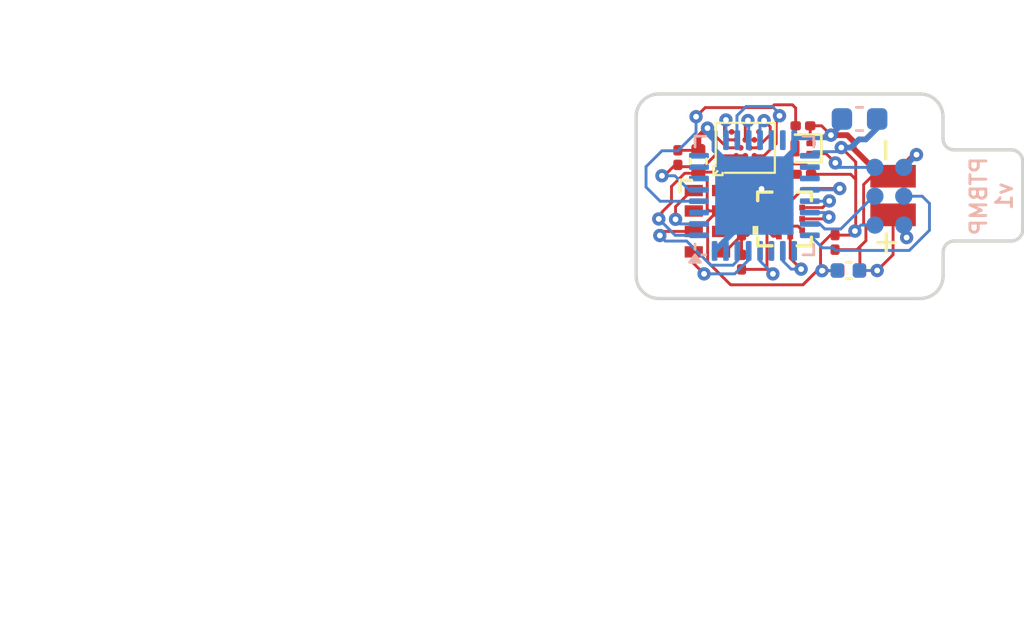
<source format=kicad_pcb>
(kicad_pcb (version 20240108) (generator "pcbnew") (generator_version "8.0")
  (layers (0 "F.Cu" signal) (31 "B.Cu" signal) (34 "B.Paste" user) (35 "F.Paste" user) (36 "B.SilkS" user "B.Silkscreen") (37 "F.SilkS" user "F.Silkscreen") (38 "B.Mask" user) (39 "F.Mask" user) (44 "Edge.Cuts" user))
  (net 0 "")
  (net 1 "GND")
  (net 2 "VBAT")
  (net 3 "SWDIO")
  (net 4 "SWCLK")
  (net 5 "Net-(Q501-C)")
  (net 6 "RST")
  (net 7 "/clkout")
  (net 8 "/SCL")
  (net 9 "/SDA")
  (net 10 "Net-(U501-VBACK)")
  (net 11 "/AT25_MISO")
  (net 12 "/AT25_nCS")
  (net 13 "/AT25_MOSI")
  (net 14 "/AT25_SCK")
  (net 15 "/LPS_CS")
  (net 16 "/LPS_PWR")
  (net 17 "/LPS_MISO")
  (net 18 "/LPS_MOSI")
  (net 19 "/LPS_SCK")
  (net 37 "+2V5")
  (footprint "bittag:taghole1.1mm" (layer "F.Cu") (at 140.596876 111.650589)
    (property "Reference" "J303" (hide yes))
    (property "Value" "Conn_01x01" (hide yes))
    (pad "" np_thru_hole circle (at 0 0) (size 1.1 1.1) (drill 1.1) (layers "*.Cu" "*.Mask"))
  )
  (footprint "bittag:MS621" (layer "F.Cu") (at 150.596876 108.370589 180)
    (property "Reference" "J401" (hide yes))
    (property "Value" "CONN_01X02" (hide yes))
    (fp_text user "-" (at 0.4 2 -90) (layer "F.SilkS"))
    (fp_text user "+" (at 0.3 -2 180) (layer "F.SilkS"))
    (pad "1" smd rect (at 0 -0.85 180) (size 2 1) (layers "F.Cu" "F.Mask") (net 2 "VBAT"))
    (pad "2" smd rect (at 0 0.85 180) (size 2 1) (layers "F.Cu" "F.Mask") (net 1 "GND"))
  )
  (footprint "Capacitor_SMD:C_0402_1005Metric" (layer "F.Cu") (at 142.031876 106.859589 90)
    (property "Reference" "C404" (hide yes))
    (property "Value" "22uf")
    (fp_line (start -0.107836 -0.36) (end 0.107836 -0.36) (stroke (width 0.12)) (layer "F.SilkS"))
    (fp_line (start -0.107836 0.36) (end 0.107836 0.36) (stroke (width 0.12)) (layer "F.SilkS"))
    (pad "1" smd roundrect (at -0.48 0 90) (size 0.56 0.62) (layers "F.Cu" "F.Paste" "F.Mask") (net 37 "+2V5"))
    (pad "2" smd roundrect (at 0.48 0 90) (size 0.56 0.62) (layers "F.Cu" "F.Paste" "F.Mask") (net 1 "GND"))
  )
  (footprint "bittag:RV-8803-C7" (layer "F.Cu") (at 142.431876 109.500589)
    (property "Reference" "U501" (hide yes))
    (property "Value" "RV-3028-C7" (hide yes))
    (fp_line (start -1.2 -1.8) (end -1.2 -1.3) (stroke (width 0.15)) (layer "F.SilkS"))
    (fp_line (start -0.7 -1.8) (end -1.2 -1.8) (stroke (width 0.15)) (layer "F.SilkS"))
    (pad "1" smd rect (at -0.6 -1.35) (size 0.8 0.5) (layers "F.Cu" "F.Paste" "F.Mask") (net 7 "/clkout"))
    (pad "2" smd rect (at -0.6 -0.45) (size 0.8 0.5) (layers "F.Cu" "F.Paste" "F.Mask"))
    (pad "3" smd rect (at -0.6 0.45) (size 0.8 0.5) (layers "F.Cu" "F.Paste" "F.Mask") (net 8 "/SCL"))
    (pad "4" smd rect (at -0.6 1.35) (size 0.8 0.5) (layers "F.Cu" "F.Paste" "F.Mask") (net 9 "/SDA"))
    (pad "5" smd rect (at 0.6 1.35) (size 0.8 0.5) (layers "F.Cu" "F.Paste" "F.Mask") (net 1 "GND"))
    (pad "6" smd rect (at 0.6 0.45) (size 0.8 0.5) (layers "F.Cu" "F.Paste" "F.Mask") (net 10 "Net-(U501-VBACK)"))
    (pad "7" smd rect (at 0.6 -0.45) (size 0.8 0.5) (layers "F.Cu" "F.Paste" "F.Mask") (net 37 "+2V5"))
    (pad "8" smd rect (at 0.6 -1.35) (size 0.8 0.5) (layers "F.Cu" "F.Paste" "F.Mask") (net 1 "GND"))
  )
  (footprint "Resistor_SMD:R_0201_0603Metric" (layer "F.Cu") (at 143.931876 109.800589 -90)
    (property "Reference" "R1" (hide yes))
    (property "Value" "10k")
    (pad "1" smd roundrect (at -0.32 0 270) (size 0.46 0.4) (layers "F.Cu" "F.Mask") (net 10 "Net-(U501-VBACK)"))
    (pad "2" smd roundrect (at 0.32 0 270) (size 0.46 0.4) (layers "F.Cu" "F.Mask") (net 1 "GND"))
  )
  (footprint "Capacitor_SMD:C_0201_0603Metric" (layer "F.Cu") (at 148.044276 110.432589 -90)
    (property "Reference" "C501" (hide yes))
    (property "Value" "0.1uf")
    (pad "1" smd roundrect (at -0.32 0 270) (size 0.46 0.4) (layers "F.Cu" "F.Mask") (net 37 "+2V5"))
    (pad "2" smd roundrect (at 0.32 0 270) (size 0.46 0.4) (layers "F.Cu" "F.Mask") (net 1 "GND"))
  )
  (footprint "Capacitor_SMD:C_0201_0603Metric" (layer "F.Cu") (at 143.931876 108.400589 90)
    (property "Reference" "C503" (hide yes))
    (property "Value" "0.1uf")
    (pad "1" smd roundrect (at -0.32 0 90) (size 0.46 0.4) (layers "F.Cu" "F.Mask") (net 37 "+2V5"))
    (pad "2" smd roundrect (at 0.32 0 90) (size 0.46 0.4) (layers "F.Cu" "F.Mask") (net 1 "GND"))
  )
  (footprint "bittag:adesto_wlcsp12" (layer "F.Cu") (at 144.096876 106.270589 90)
    (property "Reference" "U1" (hide yes))
    (property "Value" "at25ff321D-UUN")
    (fp_line (start -0.8 -1.4) (end -1.2 -1.4) (stroke (width 0.1)) (layer "F.SilkS"))
    (fp_line (start -0.8 -1.4) (end -0.8 -1.3) (stroke (width 0.1)) (layer "F.SilkS"))
    (fp_line (start -1.2 -1.4) (end -1.025 -1.225) (stroke (width 0.1)) (layer "F.SilkS"))
    (fp_line (start 1.1 -1.3) (end -0.7 -1.3) (stroke (width 0.1)) (layer "F.SilkS"))
    (fp_line (start -1.2 -1) (end -1.2 -1.4) (stroke (width 0.1)) (layer "F.SilkS"))
    (fp_line (start -1.2 -1) (end -1.1 -1) (stroke (width 0.1)) (layer "F.SilkS"))
    (fp_line (start 1.1 1.3) (end 1.1 -1.3) (stroke (width 0.1)) (layer "F.SilkS"))
    (fp_line (start -1.1 1.3) (end -1.1 -0.9) (stroke (width 0.1)) (layer "F.SilkS"))
    (fp_line (start -1.1 1.3) (end 1.1 1.3) (stroke (width 0.1)) (layer "F.SilkS"))
    (pad "A1" smd circle (at -0.7 -0.6 90) (size 0.25 0.25) (layers "F.Cu" "F.Paste" "F.Mask"))
    (pad "A5" smd circle (at 0.7 -0.6 90) (size 0.25 0.25) (layers "F.Cu" "F.Paste" "F.Mask"))
    (pad "B2" smd circle (at -0.35 -0.4 90) (size 0.25 0.25) (layers "F.Cu" "F.Paste" "F.Mask") (net 37 "+2V5"))
    (pad "B4" smd circle (at 0.35 -0.4 90) (size 0.25 0.25) (layers "F.Cu" "F.Paste" "F.Mask") (net 12 "/AT25_nCS"))
    (pad "C3" smd circle (at 0 -0.2 90) (size 0.25 0.25) (layers "F.Cu" "F.Paste" "F.Mask") (net 1 "GND"))
    (pad "D2" smd circle (at -0.35 0 90) (size 0.25 0.25) (layers "F.Cu" "F.Paste" "F.Mask") (net 37 "+2V5"))
    (pad "D4" smd circle (at 0.35 0 90) (size 0.25 0.25) (layers "F.Cu" "F.Paste" "F.Mask") (net 11 "/AT25_MISO"))
    (pad "E3" smd circle (at 0 0.2 90) (size 0.25 0.25) (layers "F.Cu" "F.Paste" "F.Mask") (net 13 "/AT25_MOSI"))
    (pad "F2" smd circle (at -0.35 0.4 90) (size 0.25 0.25) (layers "F.Cu" "F.Paste" "F.Mask") (net 14 "/AT25_SCK"))
    (pad "F4" smd circle (at 0.35 0.4 90) (size 0.25 0.25) (layers "F.Cu" "F.Paste" "F.Mask"))
    (pad "G1" smd circle (at -0.7 0.6 90) (size 0.25 0.25) (layers "F.Cu" "F.Paste" "F.Mask"))
    (pad "G5" smd circle (at 0.7 0.6 90) (size 0.25 0.25) (layers "F.Cu" "F.Paste" "F.Mask"))
  )
  (footprint "Capacitor_SMD:C_0201_0603Metric" (layer "F.Cu") (at 146.631876 105.300589)
    (property "Reference" "C502" (hide yes))
    (property "Value" "0.1uf")
    (pad "1" smd roundrect (at -0.32 0) (size 0.46 0.4) (layers "F.Cu" "F.Mask") (net 5 "Net-(Q501-C)"))
    (pad "2" smd roundrect (at 0.32 0) (size 0.46 0.4) (layers "F.Cu" "F.Mask") (net 1 "GND"))
  )
  (footprint "bittag:taghole1.1mm" (layer "F.Cu") (at 140.596876 105.150589)
    (property "Reference" "J304" (hide yes))
    (property "Value" "Conn_01x01" (hide yes))
    (pad "" np_thru_hole circle (at 0 0) (size 1.1 1.1) (drill 1.1) (layers "*.Cu" "*.Mask"))
  )
  (footprint "bittag:taghole1.1mm" (layer "F.Cu") (at 151.566876 111.650589)
    (property "Reference" "J301" (hide yes))
    (property "Value" "Conn_01x01" (hide yes))
    (pad "" np_thru_hole circle (at 0 0) (size 1.1 1.1) (drill 1.1) (layers "*.Cu" "*.Mask"))
  )
  (footprint "bittag:taghole1.1mm" (layer "F.Cu") (at 151.566876 105.150589)
    (property "Reference" "J302" (hide yes))
    (property "Value" "Conn_01x01" (hide yes))
    (pad "" np_thru_hole circle (at 0 0) (size 1.1 1.1) (drill 1.1) (layers "*.Cu" "*.Mask"))
  )
  (footprint "Package_TO_SOT_SMD:SOT-883" (layer "F.Cu") (at 146.631876 106.300589 180)
    (property "Reference" "Q501" (hide yes))
    (property "Value" "Q_NPN_BEC")
    (fp_line (start 0.35 0.61) (end -0.81 0.61) (stroke (width 0.12)) (layer "F.SilkS"))
    (fp_line (start -0.81 0.61) (end -0.81 -0.61) (stroke (width 0.12)) (layer "F.SilkS"))
    (fp_line (start -0.81 -0.61) (end 0.35 -0.61) (stroke (width 0.12)) (layer "F.SilkS"))
    (pad "1" smd roundrect (at -0.35 -0.225 180) (size 0.4 0.25) (layers "F.Cu" "F.Paste" "F.Mask") (roundrect_rratio 0.2) (net 6 "RST"))
    (pad "2" smd roundrect (at -0.35 0.225 180) (size 0.4 0.25) (layers "F.Cu" "F.Paste" "F.Mask") (roundrect_rratio 0.2) (net 1 "GND"))
    (pad "3" smd roundrect (at 0.35 0 180) (size 0.4 0.7) (layers "F.Cu" "F.Paste" "F.Mask") (roundrect_rratio 0.125) (net 5 "Net-(Q501-C)"))
  )
  (footprint "Capacitor_SMD:C_0201_0603Metric" (layer "F.Cu") (at 143.931876 111.300589 90)
    (property "Reference" "C1" (hide yes))
    (property "Value" "0.1uf")
    (pad "1" smd roundrect (at -0.32 0 90) (size 0.46 0.4) (layers "F.Cu" "F.Mask") (net 16 "/LPS_PWR"))
    (pad "2" smd roundrect (at 0.32 0 90) (size 0.46 0.4) (layers "F.Cu" "F.Mask") (net 1 "GND"))
  )
  (footprint "Capacitor_SMD:C_0201_0603Metric" (layer "F.Cu") (at 141.131876 106.700589 90)
    (property "Reference" "C2" (hide yes))
    (property "Value" "0.1uf")
    (pad "1" smd roundrect (at -0.32 0 90) (size 0.46 0.4) (layers "F.Cu" "F.Mask") (net 37 "+2V5"))
    (pad "2" smd roundrect (at 0.32 0 90) (size 0.46 0.4) (layers "F.Cu" "F.Mask") (net 1 "GND"))
  )
  (footprint "Capacitor_SMD:C_0201_0603Metric" (layer "F.Cu") (at 146.672676 107.435389 180)
    (property "Reference" "C101" (hide yes))
    (property "Value" "1uf")
    (pad "1" smd roundrect (at -0.32 0 180) (size 0.46 0.4) (layers "F.Cu" "F.Mask") (net 37 "+2V5"))
    (pad "2" smd roundrect (at 0.32 0 180) (size 0.46 0.4) (layers "F.Cu" "F.Mask") (net 1 "GND"))
  )
  (footprint "bittag:QFN10_BMP581_BOS" (layer "F.Cu") (at 145.823875 109.400589 90)
    (property "Reference" "U3" (hide yes))
    (property "Value" "BMP581")
    (fp_line (start 1.1811 -1.1811) (end 0.805041 -1.1811) (stroke (width 0.1524)) (layer "F.SilkS"))
    (fp_line (start -0.805041 -1.1811) (end -1.1811 -1.1811) (stroke (width 0.1524)) (layer "F.SilkS"))
    (fp_line (start -1.1811 -1.1811) (end -1.1811 -0.555042) (stroke (width 0.1524)) (layer "F.SilkS"))
    (fp_line (start 1.1811 -0.555042) (end 1.1811 -1.1811) (stroke (width 0.1524)) (layer "F.SilkS"))
    (fp_line (start -1.1811 0.555042) (end -1.1811 1.1811) (stroke (width 0.1524)) (layer "F.SilkS"))
    (fp_line (start 1.1811 1.1811) (end 1.1811 0.555042) (stroke (width 0.1524)) (layer "F.SilkS"))
    (fp_line (start 0.805041 1.1811) (end 1.1811 1.1811) (stroke (width 0.1524)) (layer "F.SilkS"))
    (fp_line (start -1.1811 1.1811) (end -0.805041 1.1811) (stroke (width 0.1524)) (layer "F.SilkS"))
    (fp_poly (pts (xy -0.690499 -1.154001) (xy -0.690499 -1.408001) (xy -0.309499 -1.408001) (xy -0.309499 -1.154001)) (fill solid) (layer "F.SilkS"))
    (pad "1" smd rect (at -0.760301 -0.25 180) (size 0.254 0.2794) (layers "F.Cu" "F.Paste" "F.Mask") (net 16 "/LPS_PWR"))
    (pad "2" smd rect (at -0.760301 0.25 180) (size 0.254 0.2794) (layers "F.Cu" "F.Paste" "F.Mask") (net 19 "/LPS_SCK"))
    (pad "3" smd rect (at -0.499999 0.773001 90) (size 0.254 0.254) (layers "F.Cu" "F.Paste" "F.Mask") (net 1 "GND"))
    (pad "4" smd rect (at 0 0.773001 90) (size 0.254 0.254) (layers "F.Cu" "F.Paste" "F.Mask") (net 18 "/LPS_MOSI"))
    (pad "5" smd rect (at 0.499999 0.773001 90) (size 0.254 0.254) (layers "F.Cu" "F.Paste" "F.Mask") (net 17 "/LPS_MISO"))
    (pad "6" smd rect (at 0.760301 0.25 180) (size 0.254 0.2794) (layers "F.Cu" "F.Paste" "F.Mask") (net 15 "/LPS_CS"))
    (pad "7" smd rect (at 0.760301 -0.25 180) (size 0.254 0.2794) (layers "F.Cu" "F.Paste" "F.Mask"))
    (pad "8" smd rect (at 0.499999 -0.773001 90) (size 0.254 0.254) (layers "F.Cu" "F.Paste" "F.Mask") (net 1 "GND"))
    (pad "9" smd rect (at 0 -0.773001 90) (size 0.254 0.254) (layers "F.Cu" "F.Paste" "F.Mask") (net 1 "GND"))
    (pad "10" smd rect (at -0.499999 -0.773001 90) (size 0.254 0.254) (layers "F.Cu" "F.Paste" "F.Mask") (net 16 "/LPS_PWR"))
  )
  (footprint "Capacitor_SMD:C_0402_1005Metric" (layer "F.Cu") (at 148.656876 111.670589)
    (property "Reference" "C3" (hide yes))
    (property "Value" "22uf")
    (fp_line (start -0.107836 -0.36) (end 0.107836 -0.36) (stroke (width 0.12)) (layer "F.SilkS"))
    (fp_line (start -0.107836 0.36) (end 0.107836 0.36) (stroke (width 0.12)) (layer "F.SilkS"))
    (pad "1" smd roundrect (at -0.48 0) (size 0.56 0.62) (layers "F.Cu" "F.Paste" "F.Mask") (net 37 "+2V5"))
    (pad "2" smd roundrect (at 0.48 0) (size 0.56 0.62) (layers "F.Cu" "F.Paste" "F.Mask") (net 1 "GND"))
  )
  (footprint "bittag:tagpoints6" (layer "B.Cu") (at 150.431876 108.400589 90)
    (property "Reference" "J201" (hide yes))
    (property "Value" "CONN_02X04" (hide yes))
    (pad "1" smd circle (at -1.27 -0.635 90) (size 0.762 0.762) (layers "B.Cu" "B.Mask") (net 37 "+2V5"))
    (pad "2" smd circle (at -1.27 0.635 90) (size 0.762 0.762) (layers "B.Cu" "B.Mask") (net 2 "VBAT"))
    (pad "3" smd circle (at 0 -0.635 90) (size 0.762 0.762) (layers "B.Cu" "B.Mask") (net 3 "SWDIO"))
    (pad "4" smd circle (at 0 0.635 90) (size 0.762 0.762) (layers "B.Cu" "B.Mask") (net 4 "SWCLK"))
    (pad "5" smd circle (at 1.27 -0.635 90) (size 0.762 0.762) (layers "B.Cu" "B.Mask") (net 6 "RST"))
    (pad "6" smd circle (at 1.27 0.635 90) (size 0.762 0.762) (layers "B.Cu" "B.Mask") (net 1 "GND"))
  )
  (footprint "Diode_SMD:D_0402_1005Metric" (layer "B.Cu") (at 148.626876 111.670589)
    (property "Reference" "D401" (hide yes))
    (property "Value" "D")
    (fp_circle (center -1.09 0) (end -1.04 0) (stroke (width 0.1)) (fill none) (layer "B.SilkS"))
    (pad "1" smd roundrect (at -0.485 0) (size 0.59 0.64) (layers "B.Cu" "B.Paste" "B.Mask") (net 37 "+2V5"))
    (pad "2" smd roundrect (at 0.485 0) (size 0.59 0.64) (layers "B.Cu" "B.Paste" "B.Mask") (net 2 "VBAT"))
  )
  (footprint "Package_DFN_QFN:QFN-32-1EP_5x5mm_P0.5mm_EP3.45x3.45mm" (layer "B.Cu") (at 144.496876 108.370589)
    (property "Reference" "U302" (hide yes))
    (property "Value" "stm32l431kc")
    (fp_line (start -2.61 -2.61) (end -2.135 -2.61) (stroke (width 0.12)) (layer "B.SilkS"))
    (fp_line (start -2.61 -2.135) (end -2.61 -2.61) (stroke (width 0.12)) (layer "B.SilkS"))
    (fp_line (start -2.61 2.37) (end -2.61 2.135) (stroke (width 0.12)) (layer "B.SilkS"))
    (fp_line (start -2.31 2.61) (end -2.135 2.61) (stroke (width 0.12)) (layer "B.SilkS"))
    (fp_line (start 2.61 -2.61) (end 2.135 -2.61) (stroke (width 0.12)) (layer "B.SilkS"))
    (fp_line (start 2.61 -2.135) (end 2.61 -2.61) (stroke (width 0.12)) (layer "B.SilkS"))
    (fp_line (start 2.61 2.135) (end 2.61 2.61) (stroke (width 0.12)) (layer "B.SilkS"))
    (fp_line (start 2.61 2.61) (end 2.135 2.61) (stroke (width 0.12)) (layer "B.SilkS"))
    (fp_poly (pts (xy -2.61 2.61) (xy -2.85 2.94) (xy -2.37 2.94) (xy -2.61 2.61)) (stroke (width 0.12)) (fill solid) (layer "B.SilkS"))
    (pad "1" smd roundrect (at -2.4375 1.75) (size 0.875 0.25) (layers "B.Cu" "B.Paste" "B.Mask") (net 37 "+2V5"))
    (pad "2" smd roundrect (at -2.4375 1.25) (size 0.875 0.25) (layers "B.Cu" "B.Paste" "B.Mask") (net 7 "/clkout"))
    (pad "3" smd roundrect (at -2.4375 0.75) (size 0.875 0.25) (layers "B.Cu" "B.Paste" "B.Mask"))
    (pad "4" smd roundrect (at -2.4375 0.25) (size 0.875 0.25) (layers "B.Cu" "B.Paste" "B.Mask") (net 5 "Net-(Q501-C)"))
    (pad "5" smd roundrect (at -2.4375 -0.25) (size 0.875 0.25) (layers "B.Cu" "B.Paste" "B.Mask") (net 37 "+2V5"))
    (pad "6" smd roundrect (at -2.4375 -0.75) (size 0.875 0.25) (layers "B.Cu" "B.Paste" "B.Mask"))
    (pad "7" smd roundrect (at -2.4375 -1.25) (size 0.875 0.25) (layers "B.Cu" "B.Paste" "B.Mask"))
    (pad "8" smd roundrect (at -2.4375 -1.75) (size 0.875 0.25) (layers "B.Cu" "B.Paste" "B.Mask"))
    (pad "9" smd roundrect (at -1.75 -2.4375) (size 0.25 0.875) (layers "B.Cu" "B.Paste" "B.Mask") (net 1 "GND"))
    (pad "10" smd roundrect (at -1.25 -2.4375) (size 0.25 0.875) (layers "B.Cu" "B.Paste" "B.Mask") (net 12 "/AT25_nCS"))
    (pad "11" smd roundrect (at -0.75 -2.4375) (size 0.25 0.875) (layers "B.Cu" "B.Paste" "B.Mask") (net 14 "/AT25_SCK"))
    (pad "12" smd roundrect (at -0.25 -2.4375) (size 0.25 0.875) (layers "B.Cu" "B.Paste" "B.Mask") (net 11 "/AT25_MISO"))
    (pad "13" smd roundrect (at 0.25 -2.4375) (size 0.25 0.875) (layers "B.Cu" "B.Paste" "B.Mask") (net 13 "/AT25_MOSI"))
    (pad "14" smd roundrect (at 0.75 -2.4375) (size 0.25 0.875) (layers "B.Cu" "B.Paste" "B.Mask"))
    (pad "15" smd roundrect (at 1.25 -2.4375) (size 0.25 0.875) (layers "B.Cu" "B.Paste" "B.Mask"))
    (pad "16" smd roundrect (at 1.75 -2.4375) (size 0.25 0.875) (layers "B.Cu" "B.Paste" "B.Mask") (net 1 "GND"))
    (pad "17" smd roundrect (at 2.4375 -1.75) (size 0.875 0.25) (layers "B.Cu" "B.Paste" "B.Mask") (net 37 "+2V5"))
    (pad "18" smd roundrect (at 2.4375 -1.25) (size 0.875 0.25) (layers "B.Cu" "B.Paste" "B.Mask"))
    (pad "19" smd roundrect (at 2.4375 -0.75) (size 0.875 0.25) (layers "B.Cu" "B.Paste" "B.Mask"))
    (pad "20" smd roundrect (at 2.4375 -0.25) (size 0.875 0.25) (layers "B.Cu" "B.Paste" "B.Mask") (net 15 "/LPS_CS"))
    (pad "21" smd roundrect (at 2.4375 0.25) (size 0.875 0.25) (layers "B.Cu" "B.Paste" "B.Mask") (net 17 "/LPS_MISO"))
    (pad "22" smd roundrect (at 2.4375 0.75) (size 0.875 0.25) (layers "B.Cu" "B.Paste" "B.Mask") (net 18 "/LPS_MOSI"))
    (pad "23" smd roundrect (at 2.4375 1.25) (size 0.875 0.25) (layers "B.Cu" "B.Paste" "B.Mask") (net 3 "SWDIO"))
    (pad "24" smd roundrect (at 2.4375 1.75) (size 0.875 0.25) (layers "B.Cu" "B.Paste" "B.Mask") (net 4 "SWCLK"))
    (pad "25" smd roundrect (at 1.75 2.4375) (size 0.25 0.875) (layers "B.Cu" "B.Paste" "B.Mask"))
    (pad "26" smd roundrect (at 1.25 2.4375) (size 0.25 0.875) (layers "B.Cu" "B.Paste" "B.Mask") (net 19 "/LPS_SCK"))
    (pad "27" smd roundrect (at 0.75 2.4375) (size 0.25 0.875) (layers "B.Cu" "B.Paste" "B.Mask"))
    (pad "28" smd roundrect (at 0.25 2.4375) (size 0.25 0.875) (layers "B.Cu" "B.Paste" "B.Mask") (net 16 "/LPS_PWR"))
    (pad "29" smd roundrect (at -0.25 2.4375) (size 0.25 0.875) (layers "B.Cu" "B.Paste" "B.Mask") (net 9 "/SDA"))
    (pad "30" smd roundrect (at -0.75 2.4375) (size 0.25 0.875) (layers "B.Cu" "B.Paste" "B.Mask") (net 8 "/SCL"))
    (pad "31" smd roundrect (at -1.25 2.4375) (size 0.25 0.875) (layers "B.Cu" "B.Paste" "B.Mask") (net 1 "GND"))
    (pad "32" smd roundrect (at -1.75 2.4375) (size 0.25 0.875) (layers "B.Cu" "B.Paste" "B.Mask") (net 1 "GND"))
    (pad "33" smd rect (at 0 0) (size 3.45 3.45) (property pad_prop_heatsink) (layers "B.Cu" "B.Mask") (net 1 "GND"))
  )
  (footprint "Capacitor_SMD:C_0603_1608Metric" (layer "B.Cu") (at 149.121876 105.000589 180)
    (property "Reference" "C4" (hide yes))
    (property "Value" "47uf")
    (fp_line (start 0.14058 0.51) (end -0.14058 0.51) (stroke (width 0.12)) (layer "B.SilkS"))
    (fp_line (start 0.14058 -0.51) (end -0.14058 -0.51) (stroke (width 0.12)) (layer "B.SilkS"))
    (pad "1" smd roundrect (at -0.775 0 180) (size 0.9 0.95) (layers "B.Cu" "B.Paste" "B.Mask") (net 37 "+2V5"))
    (pad "2" smd roundrect (at 0.775 0 180) (size 0.9 0.95) (layers "B.Cu" "B.Paste" "B.Mask") (net 1 "GND"))
  )
  (gr_line (start 139.296876 111.900589) (end 139.296876 104.900589) (stroke (width 0.15)) (layer "Edge.Cuts"))
  (gr_line (start 152.791876 104.900589) (end 152.791876 105.870589) (stroke (width 0.15)) (layer "Edge.Cuts"))
  (gr_line (start 156.296876 106.870589) (end 156.296876 109.870589) (stroke (width 0.15)) (layer "Edge.Cuts"))
  (gr_line (start 152.796876 111.900589) (end 152.796876 110.870589) (stroke (width 0.15)) (layer "Edge.Cuts"))
  (gr_arc (start 140.296876 112.900589) (mid 139.589769 112.607696) (end 139.296876 111.900589) (stroke (width 0.15)) (layer "Edge.Cuts"))
  (gr_arc (start 151.791876 103.900589) (mid 152.498983 104.193482) (end 152.791876 104.900589) (stroke (width 0.15)) (layer "Edge.Cuts"))
  (gr_line (start 140.296876 103.900589) (end 151.791876 103.900589) (stroke (width 0.15)) (layer "Edge.Cuts"))
  (gr_arc (start 156.296876 109.870589) (mid 156.150429 110.224142) (end 155.796876 110.370589) (stroke (width 0.15)) (layer "Edge.Cuts"))
  (gr_arc (start 152.796876 111.900589) (mid 152.503983 112.607696) (end 151.796876 112.900589) (stroke (width 0.15)) (layer "Edge.Cuts"))
  (gr_arc (start 153.291876 106.360589) (mid 152.940394 106.219142) (end 152.791876 105.870589) (stroke (width 0.15)) (layer "Edge.Cuts"))
  (gr_line (start 151.796876 112.900589) (end 140.296876 112.900589) (stroke (width 0.15)) (layer "Edge.Cuts"))
  (gr_arc (start 155.791876 106.360589) (mid 156.15 106.511) (end 156.296876 106.870589) (stroke (width 0.15)) (layer "Edge.Cuts"))
  (gr_line (start 153.291876 106.360589) (end 155.791876 106.360589) (stroke (width 0.15)) (layer "Edge.Cuts"))
  (gr_arc (start 152.796876 110.870589) (mid 152.943323 110.517036) (end 153.296876 110.370589) (stroke (width 0.15)) (layer "Edge.Cuts"))
  (gr_line (start 153.296876 110.370589) (end 155.796876 110.370589) (stroke (width 0.15)) (layer "Edge.Cuts"))
  (gr_arc (start 139.296876 104.900589) (mid 139.589769 104.193482) (end 140.296876 103.900589) (stroke (width 0.15)) (layer "Edge.Cuts"))
  (gr_text "PTBMP\nv1" (at 154.921876 108.400589 90) (layer "B.SilkS") (effects (font (size 0.7 0.7) (thickness 0.125)) (justify mirror)))
  (segment (start 147.450616 105.300589) (end 147.863213 105.713186) (width 0.127) (layer "F.Cu") (net 1))
  (segment (start 150.796876 107.520589) (end 150.212876 107.520589) (width 0.254) (layer "F.Cu") (net 1))
  (segment (start 146.951876 105.300589) (end 146.951876 106.045589) (width 0.127) (layer "F.Cu") (net 1))
  (segment (start 144.195873 110.120589) (end 144.915873 109.400589) (width 0.127) (layer "F.Cu") (net 1))
  (segment (start 145.050874 108.90059) (end 145.050874 109.400589) (width 0.127) (layer "F.Cu") (net 1))
  (segment (start 149.123876 110.637589) (end 149.401867 110.359598) (width 0.127) (layer "F.Cu") (net 1))
  (segment (start 143.301876 106.270589) (end 142.726878 105.695591) (width 0.127) (layer "F.Cu") (net 1))
  (segment (start 143.931876 108.080589) (end 144.811876 108.080589) (width 0.127) (layer "F.Cu") (net 1))
  (segment (start 146.951876 105.300589) (end 147.450616 105.300589) (width 0.127) (layer "F.Cu") (net 1))
  (segment (start 146.414377 109.718089) (end 146.596876 109.900588) (width 0.127) (layer "F.Cu") (net 1))
  (segment (start 148.580305 105.713186) (end 147.863213 105.713186) (width 0.254) (layer "F.Cu") (net 1))
  (segment (start 149.136876 110.650589) (end 149.123876 110.637589) (width 0.127) (layer "F.Cu") (net 1))
  (segment (start 150.746876 107.370589) (end 150.596876 107.520589) (width 0.254) (layer "F.Cu") (net 1))
  (segment (start 149.401867 110.359598) (end 149.401867 109.70103) (width 0.127) (layer "F.Cu") (net 1))
  (segment (start 145.050874 108.319587) (end 144.811876 108.080589) (width 0.127) (layer "F.Cu") (net 1))
  (segment (start 144.915873 109.400589) (end 145.050874 109.400589) (width 0.127) (layer "F.Cu") (net 1))
  (segment (start 149.136876 111.670589) (end 149.136876 110.650589) (width 0.127) (layer "F.Cu") (net 1))
  (segment (start 149.301876 109.601039) (end 149.301876 107.888589) (width 0.127) (layer "F.Cu") (net 1))
  (segment (start 141.131876 106.380589) (end 142.030876 106.380589) (width 0.127) (layer "F.Cu") (net 1))
  (segment (start 143.896876 106.270589) (end 143.701876 106.270589) (width 0.13) (layer "F.Cu") (net 1))
  (segment (start 149.401867 109.70103) (end 149.301876 109.601039) (width 0.127) (layer "F.Cu") (net 1))
  (segment (start 151.546876 106.570589) (end 150.596876 107.520589) (width 0.254) (layer "F.Cu") (net 1))
  (segment (start 148.864579 106.307291) (end 148.864579 105.99746) (width 0.254) (layer "F.Cu") (net 1))
  (segment (start 149.008876 110.752589) (end 149.123876 110.637589) (width 0.127) (layer "F.Cu") (net 1))
  (segment (start 146.003976 109.718089) (end 146.414377 109.718089) (width 0.127) (layer "F.Cu") (net 1))
  (segment (start 143.201876 110.850589) (end 143.031876 110.850589) (width 0.127) (layer "F.Cu") (net 1))
  (segment (start 142.031876 105.806395) (end 142.434779 105.403492) (width 0.254) (layer "F.Cu") (net 1))
  (segment (start 145.050874 109.400589) (end 145.686476 109.400589) (width 0.127) (layer "F.Cu") (net 1))
  (segment (start 142.726878 105.695591) (end 142.434779 105.403492) (width 0.127) (layer "F.Cu") (net 1))
  (segment (start 151.626876 106.570589) (end 151.546876 106.570589) (width 0.254) (layer "F.Cu") (net 1))
  (segment (start 145.050874 108.90059) (end 145.050874 108.319587) (width 0.127) (layer "F.Cu") (net 1))
  (segment (start 143.031876 108.150589) (end 143.901876 108.150589) (width 0.127) (layer "F.Cu") (net 1))
  (segment (start 144.811876 108.080589) (end 145.224967 108.080589) (width 0.127) (layer "F.Cu") (net 1))
  (segment (start 148.864579 105.99746) (end 148.580305 105.713186) (width 0.254) (layer "F.Cu") (net 1))
  (segment (start 143.031876 110.850589) (end 143.16103 110.850589) (width 0.127) (layer "F.Cu") (net 1))
  (segment (start 150.077877 107.520589) (end 148.864579 106.307291) (width 0.254) (layer "F.Cu") (net 1))
  (segment (start 146.951876 106.045589) (end 146.981876 106.075589) (width 0.127) (layer "F.Cu") (net 1))
  (segment (start 149.669876 107.520589) (end 150.796876 107.520589) (width 0.127) (layer "F.Cu") (net 1))
  (segment (start 145.224967 108.080589) (end 145.870167 107.435389) (width 0.127) (layer "F.Cu") (net 1))
  (segment (start 142.031876 106.379589) (end 142.031876 105.806395) (width 0.254) (layer "F.Cu") (net 1))
  (segment (start 143.701876 106.270589) (end 143.301876 106.270589) (width 0.127) (layer "F.Cu") (net 1))
  (segment (start 145.686476 109.400589) (end 146.003976 109.718089) (width 0.127) (layer "F.Cu") (net 1))
  (segment (start 148.044276 110.752589) (end 149.008876 110.752589) (width 0.127) (layer "F.Cu") (net 1))
  (segment (start 142.030876 106.380589) (end 142.031876 106.379589) (width 0.127) (layer "F.Cu") (net 1))
  (segment (start 143.931876 110.120589) (end 144.195873 110.120589) (width 0.127) (layer "F.Cu") (net 1))
  (segment (start 150.796876 107.520589) (end 150.077877 107.520589) (width 0.254) (layer "F.Cu") (net 1))
  (segment (start 143.031876 108.150589) (end 143.861876 108.150589) (width 0.127) (layer "F.Cu") (net 1))
  (segment (start 143.931876 110.120589) (end 143.201876 110.850589) (width 0.127) (layer "F.Cu") (net 1))
  (segment (start 149.301876 107.888589) (end 149.669876 107.520589) (width 0.127) (layer "F.Cu") (net 1))
  (segment (start 145.870167 107.435389) (end 146.352676 107.435389) (width 0.127) (layer "F.Cu") (net 1))
  (segment (start 149.912876 107.520589) (end 150.796876 107.520589) (width 0.127) (layer "F.Cu") (net 1))
  (segment (start 143.931876 110.980589) (end 143.931876 110.120589) (width 0.127) (layer "F.Cu") (net 1))
  (via (at 151.626876 106.570589) (size 0.5842) (drill 0.254) (layers "F.Cu" "B.Cu") (net 1))
  (via (at 142.434779 105.403492) (size 0.5842) (drill 0.254) (layers "F.Cu" "B.Cu") (net 1))
  (via (at 144.811876 108.080589) (size 0.5842) (drill 0.254) (layers "F.Cu" "B.Cu") (net 1))
  (via (at 147.863213 105.713186) (size 0.5842) (drill 0.254) (layers "F.Cu" "B.Cu") (net 1))
  (segment (start 144.746876 108.120589) (end 144.496876 108.370589) (width 0.13) (layer "B.Cu") (net 1))
  (segment (start 143.246876 107.120589) (end 144.496876 108.370589) (width 0.127) (layer "B.Cu") (net 1))
  (segment (start 146.246876 105.933089) (end 146.371876 105.808089) (width 0.254) (layer "B.Cu") (net 1))
  (segment (start 146.371876 105.808089) (end 147.91133 105.808089) (width 0.254) (layer "B.Cu") (net 1))
  (segment (start 145.246876 107.620589) (end 144.496876 108.370589) (width 0.127) (layer "B.Cu") (net 1))
  (segment (start 142.746876 105.933089) (end 142.434779 105.620992) (width 0.254) (layer "B.Cu") (net 1))
  (segment (start 142.434779 105.620992) (end 142.434779 105.403492) (width 0.254) (layer "B.Cu") (net 1))
  (segment (start 142.746876 106.370589) (end 144.496876 108.120589) (width 0.254) (layer "B.Cu") (net 1))
  (segment (start 143.246876 109.620589) (end 144.496876 108.370589) (width 0.13) (layer "B.Cu") (net 1))
  (segment (start 146.246876 105.933089) (end 146.246876 106.370589) (width 0.254) (layer "B.Cu") (net 1))
  (segment (start 147.948279 105.713186) (end 147.863213 105.713186) (width 0.254) (layer "B.Cu") (net 1))
  (segment (start 146.246876 106.370589) (end 144.496876 108.120589) (width 0.254) (layer "B.Cu") (net 1))
  (segment (start 148.346876 105.000589) (end 148.346876 105.229523) (width 0.254) (layer "B.Cu") (net 1))
  (segment (start 148.346876 105.229523) (end 147.863213 105.713186) (width 0.254) (layer "B.Cu") (net 1))
  (segment (start 144.796876 108.370589) (end 144.896876 108.270589) (width 0.127) (layer "B.Cu") (net 1))
  (segment (start 144.496876 108.370589) (end 144.796876 108.370589) (width 0.127) (layer "B.Cu") (net 1))
  (segment (start 143.746876 107.620589) (end 144.496876 108.370589) (width 0.127) (layer "B.Cu") (net 1))
  (segment (start 142.746876 105.933089) (end 142.746876 106.370589) (width 0.254) (layer "B.Cu") (net 1))
  (segment (start 143.246876 110.808089) (end 143.246876 109.620589) (width 0.13) (layer "B.Cu") (net 1))
  (segment (start 151.066876 107.130589) (end 151.626876 106.570589) (width 0.254) (layer "B.Cu") (net 1))
  (segment (start 142.746876 110.808089) (end 144.496876 109.058089) (width 0.254) (layer "B.Cu") (net 1))
  (segment (start 150.596876 110.970589) (end 150.596876 109.220589) (width 0.127) (layer "F.Cu") (net 2))
  (segment (start 150.646876 109.270589) (end 150.596876 109.220589) (width 0.254) (layer "F.Cu") (net 2))
  (segment (start 150.796876 109.220589) (end 150.611876 109.220589) (width 0.254) (layer "F.Cu") (net 2))
  (segment (start 151.191876 110.220589) (end 151.191876 109.615589) (width 0.127) (layer "F.Cu") (net 2))
  (segment (start 149.896876 111.670589) (end 150.596876 110.970589) (width 0.127) (layer "F.Cu") (net 2))
  (segment (start 151.191876 109.615589) (end 150.796876 109.220589) (width 0.127) (layer "F.Cu") (net 2))
  (via (at 149.896876 111.670589) (size 0.5842) (drill 0.254) (layers "F.Cu" "B.Cu") (net 2))
  (via (at 151.191876 110.220589) (size 0.5842) (drill 0.254) (layers "F.Cu" "B.Cu") (net 2))
  (segment (start 149.111876 111.670589) (end 149.896876 111.670589) (width 0.127) (layer "B.Cu") (net 2))
  (segment (start 151.066876 109.670589) (end 151.066876 110.095589) (width 0.127) (layer "B.Cu") (net 2))
  (segment (start 151.066876 110.095589) (end 151.191876 110.220589) (width 0.127) (layer "B.Cu") (net 2))
  (segment (start 147.593477 109.84219) (end 147.371876 109.620589) (width 0.127) (layer "B.Cu") (net 3))
  (segment (start 147.371876 109.620589) (end 146.934376 109.620589) (width 0.127) (layer "B.Cu") (net 3))
  (segment (start 149.737856 108.400589) (end 148.296255 109.84219) (width 0.127) (layer "B.Cu") (net 3))
  (segment (start 149.796876 108.400589) (end 149.737856 108.400589) (width 0.127) (layer "B.Cu") (net 3))
  (segment (start 148.296255 109.84219) (end 147.593477 109.84219) (width 0.127) (layer "B.Cu") (net 3))
  (segment (start 151.876876 108.400589) (end 152.196876 108.720589) (width 0.127) (layer "B.Cu") (net 4))
  (segment (start 151.066876 108.400589) (end 151.876876 108.400589) (width 0.127) (layer "B.Cu") (net 4))
  (segment (start 147.951668 110.674339) (end 147.488126 110.674339) (width 0.127) (layer "B.Cu") (net 4))
  (segment (start 151.307397 110.787568) (end 148.064897 110.787568) (width 0.127) (layer "B.Cu") (net 4))
  (segment (start 152.196876 108.720589) (end 152.196876 109.898089) (width 0.127) (layer "B.Cu") (net 4))
  (segment (start 147.488126 110.674339) (end 146.934376 110.120589) (width 0.127) (layer "B.Cu") (net 4))
  (segment (start 152.196876 109.898089) (end 151.307397 110.787568) (width 0.127) (layer "B.Cu") (net 4))
  (segment (start 148.064897 110.787568) (end 147.951668 110.674339) (width 0.127) (layer "B.Cu") (net 4))
  (segment (start 146.311876 105.300589) (end 146.311876 106.270589) (width 0.127) (layer "F.Cu") (net 5))
  (segment (start 146.311876 105.300589) (end 146.311876 104.520589) (width 0.127) (layer "F.Cu") (net 5))
  (segment (start 146.311876 106.270589) (end 146.281876 106.300589) (width 0.127) (layer "F.Cu") (net 5))
  (segment (start 142.331876 104.500589) (end 141.931876 104.900589) (width 0.127) (layer "F.Cu") (net 5))
  (segment (start 145.370227 104.376988) (end 145.246626 104.500589) (width 0.127) (layer "F.Cu") (net 5))
  (segment (start 146.168275 104.376988) (end 145.370227 104.376988) (width 0.127) (layer "F.Cu") (net 5))
  (segment (start 146.311876 104.520589) (end 146.168275 104.376988) (width 0.127) (layer "F.Cu") (net 5))
  (segment (start 145.246626 104.500589) (end 142.331876 104.500589) (width 0.127) (layer "F.Cu") (net 5))
  (via (at 141.931876 104.900589) (size 0.5842) (drill 0.254) (layers "F.Cu" "B.Cu") (net 5))
  (segment (start 140.351876 108.620589) (end 139.731876 108.000589) (width 0.127) (layer "B.Cu") (net 5))
  (segment (start 142.059376 108.620589) (end 140.351876 108.620589) (width 0.127) (layer "B.Cu") (net 5))
  (segment (start 139.731876 108.000589) (end 139.731876 107.100589) (width 0.127) (layer "B.Cu") (net 5))
  (segment (start 141.931876 105.600589) (end 141.931876 104.900589) (width 0.127) (layer "B.Cu") (net 5))
  (segment (start 141.131876 106.400589) (end 141.931876 105.600589) (width 0.127) (layer "B.Cu") (net 5))
  (segment (start 140.431876 106.400589) (end 141.131876 106.400589) (width 0.127) (layer "B.Cu") (net 5))
  (segment (start 139.731876 107.100589) (end 140.431876 106.400589) (width 0.127) (layer "B.Cu") (net 5))
  (segment (start 147.648074 106.525589) (end 148.056953 106.934468) (width 0.127) (layer "F.Cu") (net 6))
  (segment (start 146.981876 106.525589) (end 147.648074 106.525589) (width 0.127) (layer "F.Cu") (net 6))
  (via (at 148.056953 106.934468) (size 0.5842) (drill 0.254) (layers "F.Cu" "B.Cu") (net 6))
  (segment (start 149.796876 107.130589) (end 148.253074 107.130589) (width 0.127) (layer "B.Cu") (net 6))
  (segment (start 148.253074 107.130589) (end 148.056953 106.934468) (width 0.127) (layer "B.Cu") (net 6))
  (segment (start 141.029542 108.862147) (end 141.029542 109.417989) (width 0.127) (layer "F.Cu") (net 7))
  (segment (start 141.831876 108.150589) (end 141.7411 108.150589) (width 0.127) (layer "F.Cu") (net 7))
  (segment (start 141.7411 108.150589) (end 141.029542 108.862147) (width 0.127) (layer "F.Cu") (net 7))
  (via (at 141.029542 109.417989) (size 0.5842) (drill 0.254) (layers "F.Cu" "B.Cu") (net 7))
  (segment (start 141.232142 109.620589) (end 141.029542 109.417989) (width 0.127) (layer "B.Cu") (net 7))
  (segment (start 142.059376 109.620589) (end 141.232142 109.620589) (width 0.127) (layer "B.Cu") (net 7))
  (segment (start 141.831876 109.950589) (end 140.441876 109.950589) (width 0.127) (layer "F.Cu") (net 8))
  (segment (start 140.441876 109.950589) (end 140.337948 110.054517) (width 0.127) (layer "F.Cu") (net 8))
  (segment (start 140.337948 110.054517) (end 140.337948 110.128454) (width 0.127) (layer "F.Cu") (net 8))
  (via (at 140.337948 110.128454) (size 0.5842) (drill 0.254) (layers "F.Cu" "B.Cu") (net 8))
  (segment (start 141.51808 110.374589) (end 142.57959 111.436099) (width 0.127) (layer "B.Cu") (net 8))
  (segment (start 142.677386 111.436099) (end 142.57959 111.436099) (width 0.127) (layer "B.Cu") (net 8))
  (segment (start 140.584083 110.374589) (end 140.337948 110.128454) (width 0.127) (layer "B.Cu") (net 8))
  (segment (start 142.677386 111.436099) (end 142.579574 111.436099) (width 0.127) (layer "B.Cu") (net 8))
  (segment (start 143.556366 111.436099) (end 142.677386 111.436099) (width 0.127) (layer "B.Cu") (net 8))
  (segment (start 143.746876 111.245589) (end 143.556366 111.436099) (width 0.127) (layer "B.Cu") (net 8))
  (segment (start 141.51808 110.374589) (end 140.584083 110.374589) (width 0.127) (layer "B.Cu") (net 8))
  (segment (start 141.831876 110.850589) (end 141.831876 111.365372) (width 0.127) (layer "F.Cu") (net 9))
  (segment (start 141.831876 111.365372) (end 142.284495 111.817991) (width 0.127) (layer "F.Cu") (net 9))
  (via (at 142.284495 111.817991) (size 0.5842) (drill 0.254) (layers "F.Cu" "B.Cu") (net 9))
  (segment (start 143.840273 111.608986) (end 143.631268 111.817991) (width 0.127) (layer "B.Cu") (net 9))
  (segment (start 143.631268 111.817991) (end 142.284495 111.817991) (width 0.127) (layer "B.Cu") (net 9))
  (segment (start 144.246876 110.808089) (end 144.246876 111.202384) (width 0.127) (layer "B.Cu") (net 9))
  (segment (start 144.246876 111.202384) (end 143.840273 111.608986) (width 0.127) (layer "B.Cu") (net 9))
  (segment (start 143.501876 109.480589) (end 143.031876 109.950589) (width 0.127) (layer "F.Cu") (net 10))
  (segment (start 143.931876 109.480589) (end 143.501876 109.480589) (width 0.127) (layer "F.Cu") (net 10))
  (segment (start 144.096876 105.184313) (end 144.212622 105.068567) (width 0.127) (layer "F.Cu") (net 11))
  (segment (start 144.096876 105.920589) (end 144.096876 105.184313) (width 0.127) (layer "F.Cu") (net 11))
  (via (at 144.212622 105.068567) (size 0.5842) (drill 0.254) (layers "F.Cu" "B.Cu") (net 11))
  (segment (start 144.246876 105.102821) (end 144.212622 105.068567) (width 0.127) (layer "B.Cu") (net 11))
  (segment (start 144.246876 105.933089) (end 144.246876 105.102821) (width 0.127) (layer "B.Cu") (net 11))
  (segment (start 143.421876 105.920589) (end 143.346876 105.920589) (width 0.127) (layer "F.Cu") (net 12))
  (segment (start 143.181375 105.11109) (end 143.246876 105.045589) (width 0.127) (layer "F.Cu") (net 12))
  (segment (start 143.696876 105.920589) (end 143.421876 105.920589) (width 0.127) (layer "F.Cu") (net 12))
  (segment (start 143.421876 105.920589) (end 143.379934 105.920589) (width 0.127) (layer "F.Cu") (net 12))
  (segment (start 143.379934 105.920589) (end 143.181375 105.72203) (width 0.127) (layer "F.Cu") (net 12))
  (segment (start 143.181375 105.72203) (end 143.181375 105.11109) (width 0.127) (layer "F.Cu") (net 12))
  (via (at 143.246876 105.045589) (size 0.5842) (drill 0.254) (layers "F.Cu" "B.Cu") (net 12))
  (segment (start 143.246876 105.045589) (end 143.246876 105.933089) (width 0.127) (layer "B.Cu") (net 12))
  (segment (start 145.193854 105.344227) (end 144.923812 105.074185) (width 0.127) (layer "F.Cu") (net 13))
  (segment (start 145.193854 105.690553) (end 145.193854 105.344227) (width 0.127) (layer "F.Cu") (net 13))
  (segment (start 144.296876 106.270589) (end 144.613818 106.270589) (width 0.127) (layer "F.Cu") (net 13))
  (segment (start 144.613818 106.270589) (end 145.193854 105.690553) (width 0.127) (layer "F.Cu") (net 13))
  (via (at 144.923812 105.074185) (size 0.5842) (drill 0.254) (layers "F.Cu" "B.Cu") (net 13))
  (segment (start 144.746876 105.933089) (end 144.746876 105.251121) (width 0.127) (layer "B.Cu") (net 13))
  (segment (start 144.746876 105.251121) (end 144.923812 105.074185) (width 0.127) (layer "B.Cu") (net 13))
  (segment (start 144.746876 105.245589) (end 144.746876 105.933089) (width 0.127) (layer "B.Cu") (net 13))
  (segment (start 145.457355 105.10411) (end 145.601876 104.959589) (width 0.127) (layer "F.Cu") (net 14))
  (segment (start 144.496876 106.620589) (end 144.921876 106.620589) (width 0.127) (layer "F.Cu") (net 14))
  (segment (start 145.457355 104.863482) (end 145.577021 104.743816) (width 0.127) (layer "F.Cu") (net 14))
  (segment (start 145.457355 105.20411) (end 145.457355 105.10411) (width 0.127) (layer "F.Cu") (net 14))
  (segment (start 145.457355 105.20411) (end 145.457355 104.863482) (width 0.127) (layer "F.Cu") (net 14))
  (segment (start 144.921876 106.620589) (end 145.457355 106.08511) (width 0.127) (layer "F.Cu") (net 14))
  (segment (start 145.601876 104.959589) (end 145.601876 104.859589) (width 0.127) (layer "F.Cu") (net 14))
  (segment (start 145.457355 106.08511) (end 145.457355 105.20411) (width 0.127) (layer "F.Cu") (net 14))
  (via (at 145.601876 104.859589) (size 0.5842) (drill 0.254) (layers "F.Cu" "B.Cu") (net 14))
  (segment (start 144.134839 104.451717) (end 145.284922 104.451717) (width 0.127) (layer "B.Cu") (net 14))
  (segment (start 143.730021 105.916234) (end 143.730021 104.856535) (width 0.127) (layer "B.Cu") (net 14))
  (segment (start 143.746876 105.933089) (end 143.730021 105.916234) (width 0.127) (layer "B.Cu") (net 14))
  (segment (start 145.284922 104.451717) (end 145.577021 104.743816) (width 0.127) (layer "B.Cu") (net 14))
  (segment (start 143.730021 104.856535) (end 144.134839 104.451717) (width 0.127) (layer "B.Cu") (net 14))
  (segment (start 146.073875 108.640288) (end 146.652167 108.061996) (width 0.127) (layer "F.Cu") (net 15))
  (segment (start 146.652167 108.061996) (end 148.249439 108.061996) (width 0.127) (layer "F.Cu") (net 15))
  (via (at 148.249439 108.061996) (size 0.5842) (drill 0.254) (layers "F.Cu" "B.Cu") (net 15))
  (segment (start 148.190846 108.120589) (end 148.249439 108.061996) (width 0.127) (layer "B.Cu") (net 15))
  (segment (start 146.934376 108.120589) (end 148.190846 108.120589) (width 0.127) (layer "B.Cu") (net 15))
  (segment (start 145.114841 111.620589) (end 145.312233 111.817981) (width 0.127) (layer "F.Cu") (net 16))
  (segment (start 145.050874 111.556622) (end 145.312233 111.817981) (width 0.127) (layer "F.Cu") (net 16))
  (segment (start 143.931876 111.620589) (end 145.114841 111.620589) (width 0.127) (layer "F.Cu") (net 16))
  (segment (start 145.311176 110.16089) (end 145.050874 109.900588) (width 0.127) (layer "F.Cu") (net 16))
  (segment (start 145.050874 109.900588) (end 145.050874 111.556622) (width 0.127) (layer "F.Cu") (net 16))
  (segment (start 145.573875 110.16089) (end 145.311176 110.16089) (width 0.127) (layer "F.Cu") (net 16))
  (via (at 145.312233 111.817981) (size 0.5842) (drill 0.254) (layers "F.Cu" "B.Cu") (net 16))
  (segment (start 144.746876 110.808089) (end 144.746876 111.252624) (width 0.127) (layer "B.Cu") (net 16))
  (segment (start 144.746876 111.252624) (end 145.312233 111.817981) (width 0.127) (layer "B.Cu") (net 16))
  (segment (start 147.498727 108.90059) (end 147.792401 108.606916) (width 0.127) (layer "F.Cu") (net 17))
  (segment (start 146.596876 108.90059) (end 147.498727 108.90059) (width 0.127) (layer "F.Cu") (net 17))
  (via (at 147.792401 108.606916) (size 0.5842) (drill 0.254) (layers "F.Cu" "B.Cu") (net 17))
  (segment (start 147.778728 108.620589) (end 147.792401 108.606916) (width 0.127) (layer "B.Cu") (net 17))
  (segment (start 146.934376 108.620589) (end 147.778728 108.620589) (width 0.127) (layer "B.Cu") (net 17))
  (segment (start 146.596876 109.400589) (end 147.694274 109.400589) (width 0.127) (layer "F.Cu") (net 18))
  (segment (start 147.694274 109.400589) (end 147.776904 109.317959) (width 0.127) (layer "F.Cu") (net 18))
  (via (at 147.776904 109.317959) (size 0.5842) (drill 0.254) (layers "F.Cu" "B.Cu") (net 18))
  (segment (start 147.579534 109.120589) (end 147.776904 109.317959) (width 0.127) (layer "B.Cu") (net 18))
  (segment (start 146.934376 109.120589) (end 147.579534 109.120589) (width 0.127) (layer "B.Cu") (net 18))
  (segment (start 146.073875 111.131588) (end 146.551876 111.609589) (width 0.127) (layer "F.Cu") (net 19))
  (segment (start 146.073875 110.16089) (end 146.073875 111.131588) (width 0.127) (layer "F.Cu") (net 19))
  (via (at 146.551876 111.609589) (size 0.5842) (drill 0.254) (layers "F.Cu" "B.Cu") (net 19))
  (segment (start 145.746876 110.808089) (end 145.746876 111.245589) (width 0.127) (layer "B.Cu") (net 19))
  (segment (start 145.746876 111.21768) (end 145.746876 110.808089) (width 0.127) (layer "B.Cu") (net 19))
  (segment (start 145.746876 111.245589) (end 146.110876 111.609589) (width 0.127) (layer "B.Cu") (net 19))
  (segment (start 146.551876 111.609589) (end 146.138785 111.609589) (width 0.127) (layer "B.Cu") (net 19))
  (segment (start 143.031876 109.050589) (end 143.601876 109.050589) (width 0.127) (layer "F.Cu") (net 37))
  (segment (start 147.406876 111.659589) (end 147.406876 111.344589) (width 0.127) (layer "F.Cu") (net 37))
  (segment (start 147.844276 110.112589) (end 147.406876 110.549989) (width 0.127) (layer "F.Cu") (net 37))
  (segment (start 148.166876 111.680589) (end 148.176876 111.670589) (width 0.127) (layer "F.Cu") (net 37))
  (segment (start 141.131876 107.020589) (end 141.011876 107.020589) (width 0.127) (layer "F.Cu") (net 37))
  (segment (start 143.696876 106.620589) (end 142.750876 106.620589) (width 0.127) (layer "F.Cu") (net 37))
  (segment (start 144.096876 106.620589) (end 143.696876 106.620589) (width 0.127) (layer "F.Cu") (net 37))
  (segment (start 148.953079 109.898866) (end 148.919266 109.932679) (width 0.127) (layer "F.Cu") (net 37))
  (segment (start 143.031876 109.050589) (end 142.504876 109.050589) (width 0.127) (layer "F.Cu") (net 37))
  (segment (start 148.92555 109.932679) (end 148.919266 109.932679) (width 0.127) (layer "F.Cu") (net 37))
  (segment (start 146.992676 107.235389) (end 146.735476 106.978189) (width 0.127) (layer "F.Cu") (net 37))
  (segment (start 148.044276 110.112589) (end 147.844276 110.112589) (width 0.127) (layer "F.Cu") (net 37))
  (segment (start 144.170876 107.339589) (end 142.031876 107.339589) (width 0.127) (layer "F.Cu") (net 37))
  (segment (start 140.531876 107.500589) (end 140.431876 107.500589) (width 0.127) (layer "F.Cu") (net 37))
  (segment (start 142.422377 108.96809) (end 142.422377 107.73009) (width 0.127) (layer "F.Cu") (net 37))
  (segment (start 145.732876 106.978189) (end 145.131679 107.579386) (width 0.127) (layer "F.Cu") (net 37))
  (segment (start 141.792876 107.100589) (end 142.031876 107.339589) (width 0.127) (layer "F.Cu") (net 37))
  (segment (start 146.735476 106.978189) (end 145.732876 106.978189) (width 0.127) (layer "F.Cu") (net 37))
  (segment (start 147.406876 110.549989) (end 147.406876 111.344589) (width 0.127) (layer "F.Cu") (net 37))
  (segment (start 141.431876 107.390589) (end 140.851876 107.970589) (width 0.127) (layer "F.Cu") (net 37))
  (segment (start 140.851876 107.970589) (end 140.851876 108.680589) (width 0.127) (layer "F.Cu") (net 37))
  (segment (start 146.992676 107.435389) (end 146.992676 107.235389) (width 0.127) (layer "F.Cu") (net 37))
  (segment (start 141.131876 107.100589) (end 141.792876 107.100589) (width 0.127) (layer "F.Cu") (net 37))
  (segment (start 147.272876 111.659589) (end 147.111876 111.820589) (width 0.127) (layer "F.Cu") (net 37))
  (segment (start 148.044276 110.112589) (end 148.739356 110.112589) (width 0.127) (layer "F.Cu") (net 37))
  (segment (start 143.031876 109.050589) (end 142.881876 109.050589) (width 0.127) (layer "F.Cu") (net 37))
  (segment (start 142.422377 107.73009) (end 142.031876 107.339589) (width 0.127) (layer "F.Cu") (net 37))
  (segment (start 147.111876 111.820589) (end 146.631874 112.300591) (width 0.127) (layer "F.Cu") (net 37))
  (segment (start 140.431876 109.100589) (end 140.431876 109.260589) (width 0.127) (layer "F.Cu") (net 37))
  (segment (start 142.441376 109.491089) (end 142.441376 111.292372) (width 0.127) (layer "F.Cu") (net 37))
  (segment (start 142.504876 109.050589) (end 142.422377 108.96809) (width 0.127) (layer "F.Cu") (net 37))
  (segment (start 143.449584 112.300581) (end 146.631884 112.300581) (width 0.127) (layer "F.Cu") (net 37))
  (segment (start 148.953079 107.658392) (end 148.953079 109.898866) (width 0.127) (layer "F.Cu") (net 37))
  (segment (start 148.318478 106.259589) (end 148.953079 106.89419) (width 0.127) (layer "F.Cu") (net 37))
  (segment (start 143.601876 109.050589) (end 143.931876 108.720589) (width 0.127) (layer "F.Cu") (net 37))
  (segment (start 144.410673 107.579386) (end 144.170876 107.339589) (width 0.127) (layer "F.Cu") (net 37))
  (segment (start 142.881876 109.050589) (end 142.441376 109.491089) (width 0.127) (layer "F.Cu") (net 37))
  (segment (start 145.131679 107.579386) (end 144.410673 107.579386) (width 0.127) (layer "F.Cu") (net 37))
  (segment (start 147.406876 111.659589) (end 147.272876 111.659589) (width 0.127) (layer "F.Cu") (net 37))
  (segment (start 140.851876 108.680589) (end 140.431876 109.100589) (width 0.127) (layer "F.Cu") (net 37))
  (segment (start 142.441376 111.292372) (end 143.449584 112.300581) (width 0.127) (layer "F.Cu") (net 37))
  (segment (start 142.750876 106.620589) (end 142.031876 107.339589) (width 0.127) (layer "F.Cu") (net 37))
  (segment (start 148.739356 110.112589) (end 148.919266 109.932679) (width 0.127) (layer "F.Cu") (net 37))
  (segment (start 146.631884 112.300581) (end 147.111876 111.820589) (width 0.127) (layer "F.Cu") (net 37))
  (segment (start 146.992676 107.435389) (end 148.730076 107.435389) (width 0.127) (layer "F.Cu") (net 37))
  (segment (start 141.011876 107.020589) (end 140.531876 107.500589) (width 0.127) (layer "F.Cu") (net 37))
  (segment (start 147.466876 111.680589) (end 148.166876 111.680589) (width 0.127) (layer "F.Cu") (net 37))
  (segment (start 148.953079 107.658392) (end 148.953079 106.939386) (width 0.127) (layer "F.Cu") (net 37))
  (segment (start 148.953079 106.89419) (end 148.953079 106.939386) (width 0.127) (layer "F.Cu") (net 37))
  (segment (start 148.730076 107.435389) (end 148.953079 107.658392) (width 0.127) (layer "F.Cu") (net 37))
  (segment (start 141.980876 107.390589) (end 141.431876 107.390589) (width 0.127) (layer "F.Cu") (net 37))
  (segment (start 140.431876 109.260589) (end 140.291876 109.400589) (width 0.127) (layer "F.Cu") (net 37))
  (via (at 140.431876 107.500589) (size 0.5842) (drill 0.254) (layers "F.Cu" "B.Cu") (net 37))
  (via (at 140.291876 109.400589) (size 0.5842) (drill 0.254) (layers "F.Cu" "B.Cu") (net 37))
  (via (at 148.318478 106.259589) (size 0.5842) (drill 0.254) (layers "F.Cu" "B.Cu") (net 37))
  (via (at 147.466876 111.680589) (size 0.5842) (drill 0.254) (layers "F.Cu" "B.Cu") (net 37))
  (via (at 148.919266 109.932679) (size 0.5842) (drill 0.254) (layers "F.Cu" "B.Cu") (net 37))
  (segment (start 147.115614 106.439351) (end 148.111033 106.439351) (width 0.127) (layer "B.Cu") (net 37))
  (segment (start 141.621876 108.120589) (end 141.516876 108.015589) (width 0.127) (layer "B.Cu") (net 37))
  (segment (start 141.011876 110.120589) (end 142.059376 110.120589) (width 0.127) (layer "B.Cu") (net 37))
  (segment (start 140.431876 107.500589) (end 141.001876 107.500589) (width 0.127) (layer "B.Cu") (net 37))
  (segment (start 149.896876 105.000589) (end 149.577478 105.000589) (width 0.254) (layer "B.Cu") (net 37))
  (segment (start 149.096876 105.900589) (end 148.737876 106.259589) (width 0.254) (layer "B.Cu") (net 37))
  (segment (start 142.059376 108.120589) (end 141.621876 108.120589) (width 0.127) (layer "B.Cu") (net 37))
  (segment (start 148.737876 106.259589) (end 148.318478 106.259589) (width 0.254) (layer "B.Cu") (net 37))
  (segment (start 149.896876 105.000589) (end 149.896876 105.400589) (width 0.254) (layer "B.Cu") (net 37))
  (segment (start 149.181356 109.670589) (end 148.919266 109.932679) (width 0.127) (layer "B.Cu") (net 37))
  (segment (start 146.934376 106.620589) (end 147.115614 106.439351) (width 0.127) (layer "B.Cu") (net 37))
  (segment (start 149.396876 105.900589) (end 149.096876 105.900589) (width 0.254) (layer "B.Cu") (net 37))
  (segment (start 140.291876 109.400589) (end 141.011876 110.120589) (width 0.127) (layer "B.Cu") (net 37))
  (segment (start 141.001876 107.500589) (end 141.516876 108.015589) (width 0.127) (layer "B.Cu") (net 37))
  (segment (start 148.141876 111.670589) (end 147.476876 111.670589) (width 0.127) (layer "B.Cu") (net 37))
  (segment (start 147.476876 111.670589) (end 147.466876 111.680589) (width 0.127) (layer "B.Cu") (net 37))
  (segment (start 149.896876 105.400589) (end 149.396876 105.900589) (width 0.254) (layer "B.Cu") (net 37))
  (segment (start 149.796876 109.670589) (end 149.181356 109.670589) (width 0.127) (layer "B.Cu") (net 37))
)
</source>
